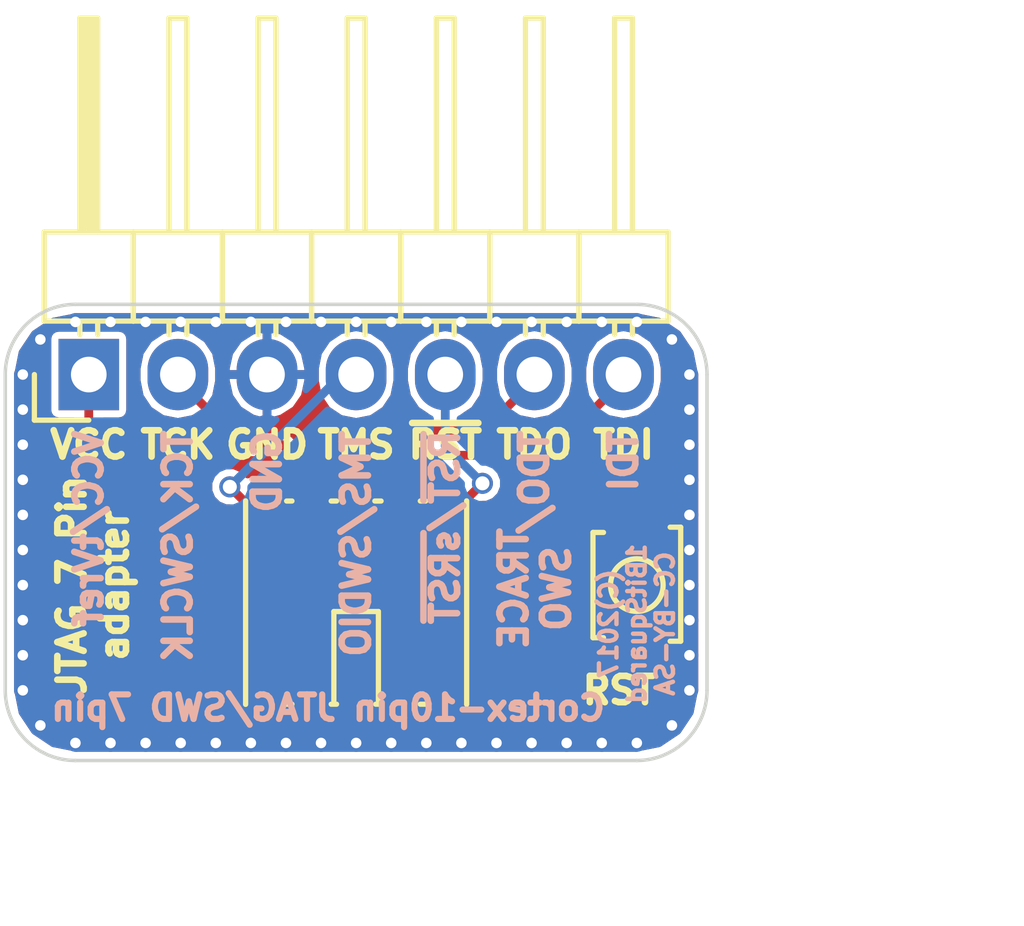
<source format=kicad_pcb>
(kicad_pcb (version 4) (host pcbnew 4.0.6-e0-6349~53~ubuntu16.04.1)

  (general
    (links 69)
    (no_connects 0)
    (area 16.305 23.124999 52.85 51.7)
    (thickness 1.6)
    (drawings 33)
    (tracks 31)
    (zones 0)
    (modules 61)
    (nets 9)
  )

  (page A4)
  (title_block
    (title "JTAG/SWD-7pin adapter")
    (rev V1.1)
    (company 1BitSquared)
    (comment 1 "(C) 2016-2017")
    (comment 2 "CC-BY-SA V4.0")
  )

  (layers
    (0 F.Cu signal)
    (31 B.Cu signal)
    (32 B.Adhes user)
    (33 F.Adhes user)
    (34 B.Paste user)
    (35 F.Paste user)
    (36 B.SilkS user)
    (37 F.SilkS user)
    (38 B.Mask user)
    (39 F.Mask user)
    (40 Dwgs.User user)
    (41 Cmts.User user)
    (42 Eco1.User user)
    (43 Eco2.User user)
    (44 Edge.Cuts user)
    (45 Margin user)
    (46 B.CrtYd user)
    (47 F.CrtYd user)
    (48 B.Fab user hide)
    (49 F.Fab user hide)
  )

  (setup
    (last_trace_width 0.25)
    (trace_clearance 0.2)
    (zone_clearance 0.2)
    (zone_45_only no)
    (trace_min 0.2)
    (segment_width 0.2)
    (edge_width 0.1)
    (via_size 0.6)
    (via_drill 0.4)
    (via_min_size 0.4)
    (via_min_drill 0.3)
    (uvia_size 0.3)
    (uvia_drill 0.1)
    (uvias_allowed no)
    (uvia_min_size 0.2)
    (uvia_min_drill 0.1)
    (pcb_text_width 0.3)
    (pcb_text_size 1.5 1.5)
    (mod_edge_width 0.15)
    (mod_text_size 1 1)
    (mod_text_width 0.15)
    (pad_size 2.032 1.7272)
    (pad_drill 1.016)
    (pad_to_mask_clearance 0)
    (aux_axis_origin 20 32)
    (grid_origin 30 35.5)
    (visible_elements FFFFFF7F)
    (pcbplotparams
      (layerselection 0x310fc_80000001)
      (usegerberextensions true)
      (excludeedgelayer true)
      (linewidth 0.050000)
      (plotframeref false)
      (viasonmask false)
      (mode 1)
      (useauxorigin false)
      (hpglpennumber 1)
      (hpglpenspeed 20)
      (hpglpendiameter 15)
      (hpglpenoverlay 2)
      (psnegative false)
      (psa4output false)
      (plotreference false)
      (plotvalue false)
      (plotinvisibletext false)
      (padsonsilk false)
      (subtractmaskfromsilk true)
      (outputformat 1)
      (mirror false)
      (drillshape 0)
      (scaleselection 1)
      (outputdirectory gerber))
  )

  (net 0 "")
  (net 1 /RST)
  (net 2 GND)
  (net 3 /TMS)
  (net 4 /VCC)
  (net 5 /TCK)
  (net 6 /TDO)
  (net 7 /TDI)
  (net 8 "Net-(X1-Pad7)")

  (net_class Default "This is the default net class."
    (clearance 0.2)
    (trace_width 0.25)
    (via_dia 0.6)
    (via_drill 0.4)
    (uvia_dia 0.3)
    (uvia_drill 0.1)
    (add_net /RST)
    (add_net /TCK)
    (add_net /TDI)
    (add_net /TDO)
    (add_net /TMS)
    (add_net /VCC)
    (add_net GND)
    (add_net "Net-(X1-Pad7)")
  )

  (module pkl_misc:via0305 (layer F.Cu) (tedit 5848E3C7) (tstamp 5876EAFC)
    (at 39.5 40)
    (fp_text reference REF** (at 0 0.35) (layer F.SilkS) hide
      (effects (font (size 0.127 0.127) (thickness 0.03175)))
    )
    (fp_text value via0305 (at 0 -0.35) (layer F.Fab) hide
      (effects (font (size 0.127 0.127) (thickness 0.03175)))
    )
    (pad 1 thru_hole circle (at 0 0) (size 0.5 0.5) (drill 0.3) (layers *.Cu)
      (net 2 GND) (zone_connect 2))
  )

  (module pkl_misc:via0305 (layer F.Cu) (tedit 5848E3C7) (tstamp 5848EBE6)
    (at 39 44)
    (fp_text reference REF** (at 0 0.35) (layer F.SilkS) hide
      (effects (font (size 0.127 0.127) (thickness 0.03175)))
    )
    (fp_text value via0305 (at 0 -0.35) (layer F.Fab) hide
      (effects (font (size 0.127 0.127) (thickness 0.03175)))
    )
    (pad 1 thru_hole circle (at 0 0) (size 0.5 0.5) (drill 0.3) (layers *.Cu)
      (net 2 GND) (zone_connect 2))
  )

  (module pkl_misc:via0305 (layer F.Cu) (tedit 5848E3C7) (tstamp 5848EBE2)
    (at 21 44)
    (fp_text reference REF** (at 0 0.35) (layer F.SilkS) hide
      (effects (font (size 0.127 0.127) (thickness 0.03175)))
    )
    (fp_text value via0305 (at 0 -0.35) (layer F.Fab) hide
      (effects (font (size 0.127 0.127) (thickness 0.03175)))
    )
    (pad 1 thru_hole circle (at 0 0) (size 0.5 0.5) (drill 0.3) (layers *.Cu)
      (net 2 GND) (zone_connect 2))
  )

  (module pkl_misc:via0305 (layer F.Cu) (tedit 5848E3C7) (tstamp 5848EBD3)
    (at 39.5 37)
    (fp_text reference REF** (at 0 0.35) (layer F.SilkS) hide
      (effects (font (size 0.127 0.127) (thickness 0.03175)))
    )
    (fp_text value via0305 (at 0 -0.35) (layer F.Fab) hide
      (effects (font (size 0.127 0.127) (thickness 0.03175)))
    )
    (pad 1 thru_hole circle (at 0 0) (size 0.5 0.5) (drill 0.3) (layers *.Cu)
      (net 2 GND) (zone_connect 2))
  )

  (module pkl_misc:via0305 (layer F.Cu) (tedit 5848E3C7) (tstamp 5848EBCF)
    (at 39.5 36)
    (fp_text reference REF** (at 0 0.35) (layer F.SilkS) hide
      (effects (font (size 0.127 0.127) (thickness 0.03175)))
    )
    (fp_text value via0305 (at 0 -0.35) (layer F.Fab) hide
      (effects (font (size 0.127 0.127) (thickness 0.03175)))
    )
    (pad 1 thru_hole circle (at 0 0) (size 0.5 0.5) (drill 0.3) (layers *.Cu)
      (net 2 GND) (zone_connect 2))
  )

  (module pkl_misc:via0305 (layer F.Cu) (tedit 5848E3C7) (tstamp 5848EBCB)
    (at 39.5 35)
    (fp_text reference REF** (at 0 0.35) (layer F.SilkS) hide
      (effects (font (size 0.127 0.127) (thickness 0.03175)))
    )
    (fp_text value via0305 (at 0 -0.35) (layer F.Fab) hide
      (effects (font (size 0.127 0.127) (thickness 0.03175)))
    )
    (pad 1 thru_hole circle (at 0 0) (size 0.5 0.5) (drill 0.3) (layers *.Cu)
      (net 2 GND) (zone_connect 2))
  )

  (module pkl_misc:via0305 (layer F.Cu) (tedit 5848E3C7) (tstamp 5848EBC7)
    (at 39.5 34)
    (fp_text reference REF** (at 0 0.35) (layer F.SilkS) hide
      (effects (font (size 0.127 0.127) (thickness 0.03175)))
    )
    (fp_text value via0305 (at 0 -0.35) (layer F.Fab) hide
      (effects (font (size 0.127 0.127) (thickness 0.03175)))
    )
    (pad 1 thru_hole circle (at 0 0) (size 0.5 0.5) (drill 0.3) (layers *.Cu)
      (net 2 GND) (zone_connect 2))
  )

  (module pkl_misc:via0305 (layer F.Cu) (tedit 5848E3C7) (tstamp 5848EBC3)
    (at 39.5 43)
    (fp_text reference REF** (at 0 0.35) (layer F.SilkS) hide
      (effects (font (size 0.127 0.127) (thickness 0.03175)))
    )
    (fp_text value via0305 (at 0 -0.35) (layer F.Fab) hide
      (effects (font (size 0.127 0.127) (thickness 0.03175)))
    )
    (pad 1 thru_hole circle (at 0 0) (size 0.5 0.5) (drill 0.3) (layers *.Cu)
      (net 2 GND) (zone_connect 2))
  )

  (module pkl_misc:via0305 (layer F.Cu) (tedit 5848E3C7) (tstamp 5848EBBF)
    (at 39.5 42)
    (fp_text reference REF** (at 0 0.35) (layer F.SilkS) hide
      (effects (font (size 0.127 0.127) (thickness 0.03175)))
    )
    (fp_text value via0305 (at 0 -0.35) (layer F.Fab) hide
      (effects (font (size 0.127 0.127) (thickness 0.03175)))
    )
    (pad 1 thru_hole circle (at 0 0) (size 0.5 0.5) (drill 0.3) (layers *.Cu)
      (net 2 GND) (zone_connect 2))
  )

  (module pkl_misc:via0305 (layer F.Cu) (tedit 5848E3C7) (tstamp 5848EBBB)
    (at 39.5 41)
    (fp_text reference REF** (at 0 0.35) (layer F.SilkS) hide
      (effects (font (size 0.127 0.127) (thickness 0.03175)))
    )
    (fp_text value via0305 (at 0 -0.35) (layer F.Fab) hide
      (effects (font (size 0.127 0.127) (thickness 0.03175)))
    )
    (pad 1 thru_hole circle (at 0 0) (size 0.5 0.5) (drill 0.3) (layers *.Cu)
      (net 2 GND) (zone_connect 2))
  )

  (module pkl_misc:via0305 (layer F.Cu) (tedit 5848E3C7) (tstamp 5848EBB3)
    (at 39.5 39)
    (fp_text reference REF** (at 0 0.35) (layer F.SilkS) hide
      (effects (font (size 0.127 0.127) (thickness 0.03175)))
    )
    (fp_text value via0305 (at 0 -0.35) (layer F.Fab) hide
      (effects (font (size 0.127 0.127) (thickness 0.03175)))
    )
    (pad 1 thru_hole circle (at 0 0) (size 0.5 0.5) (drill 0.3) (layers *.Cu)
      (net 2 GND) (zone_connect 2))
  )

  (module pkl_misc:via0305 (layer F.Cu) (tedit 5848E3C7) (tstamp 5848EBAF)
    (at 39.5 38)
    (fp_text reference REF** (at 0 0.35) (layer F.SilkS) hide
      (effects (font (size 0.127 0.127) (thickness 0.03175)))
    )
    (fp_text value via0305 (at 0 -0.35) (layer F.Fab) hide
      (effects (font (size 0.127 0.127) (thickness 0.03175)))
    )
    (pad 1 thru_hole circle (at 0 0) (size 0.5 0.5) (drill 0.3) (layers *.Cu)
      (net 2 GND) (zone_connect 2))
  )

  (module pkl_misc:via0305 (layer F.Cu) (tedit 5848E3C7) (tstamp 5848EBAB)
    (at 20.5 43)
    (fp_text reference REF** (at 0 0.35) (layer F.SilkS) hide
      (effects (font (size 0.127 0.127) (thickness 0.03175)))
    )
    (fp_text value via0305 (at 0 -0.35) (layer F.Fab) hide
      (effects (font (size 0.127 0.127) (thickness 0.03175)))
    )
    (pad 1 thru_hole circle (at 0 0) (size 0.5 0.5) (drill 0.3) (layers *.Cu)
      (net 2 GND) (zone_connect 2))
  )

  (module pkl_misc:via0305 (layer F.Cu) (tedit 5848E3C7) (tstamp 5848EBA7)
    (at 20.5 42)
    (fp_text reference REF** (at 0 0.35) (layer F.SilkS) hide
      (effects (font (size 0.127 0.127) (thickness 0.03175)))
    )
    (fp_text value via0305 (at 0 -0.35) (layer F.Fab) hide
      (effects (font (size 0.127 0.127) (thickness 0.03175)))
    )
    (pad 1 thru_hole circle (at 0 0) (size 0.5 0.5) (drill 0.3) (layers *.Cu)
      (net 2 GND) (zone_connect 2))
  )

  (module pkl_misc:via0305 (layer F.Cu) (tedit 5848E3C7) (tstamp 5848EBA3)
    (at 20.5 41)
    (fp_text reference REF** (at 0 0.35) (layer F.SilkS) hide
      (effects (font (size 0.127 0.127) (thickness 0.03175)))
    )
    (fp_text value via0305 (at 0 -0.35) (layer F.Fab) hide
      (effects (font (size 0.127 0.127) (thickness 0.03175)))
    )
    (pad 1 thru_hole circle (at 0 0) (size 0.5 0.5) (drill 0.3) (layers *.Cu)
      (net 2 GND) (zone_connect 2))
  )

  (module pkl_misc:via0305 (layer F.Cu) (tedit 5848E3C7) (tstamp 5848EB9F)
    (at 20.5 40)
    (fp_text reference REF** (at 0 0.35) (layer F.SilkS) hide
      (effects (font (size 0.127 0.127) (thickness 0.03175)))
    )
    (fp_text value via0305 (at 0 -0.35) (layer F.Fab) hide
      (effects (font (size 0.127 0.127) (thickness 0.03175)))
    )
    (pad 1 thru_hole circle (at 0 0) (size 0.5 0.5) (drill 0.3) (layers *.Cu)
      (net 2 GND) (zone_connect 2))
  )

  (module pkl_misc:via0305 (layer F.Cu) (tedit 5848E3C7) (tstamp 5848EB9B)
    (at 20.5 39)
    (fp_text reference REF** (at 0 0.35) (layer F.SilkS) hide
      (effects (font (size 0.127 0.127) (thickness 0.03175)))
    )
    (fp_text value via0305 (at 0 -0.35) (layer F.Fab) hide
      (effects (font (size 0.127 0.127) (thickness 0.03175)))
    )
    (pad 1 thru_hole circle (at 0 0) (size 0.5 0.5) (drill 0.3) (layers *.Cu)
      (net 2 GND) (zone_connect 2))
  )

  (module pkl_misc:via0305 (layer F.Cu) (tedit 5848E3C7) (tstamp 5848EB97)
    (at 20.5 38)
    (fp_text reference REF** (at 0 0.35) (layer F.SilkS) hide
      (effects (font (size 0.127 0.127) (thickness 0.03175)))
    )
    (fp_text value via0305 (at 0 -0.35) (layer F.Fab) hide
      (effects (font (size 0.127 0.127) (thickness 0.03175)))
    )
    (pad 1 thru_hole circle (at 0 0) (size 0.5 0.5) (drill 0.3) (layers *.Cu)
      (net 2 GND) (zone_connect 2))
  )

  (module pkl_misc:via0305 (layer F.Cu) (tedit 5848E3C7) (tstamp 5848EB92)
    (at 20.5 37)
    (fp_text reference REF** (at 0 0.35) (layer F.SilkS) hide
      (effects (font (size 0.127 0.127) (thickness 0.03175)))
    )
    (fp_text value via0305 (at 0 -0.35) (layer F.Fab) hide
      (effects (font (size 0.127 0.127) (thickness 0.03175)))
    )
    (pad 1 thru_hole circle (at 0 0) (size 0.5 0.5) (drill 0.3) (layers *.Cu)
      (net 2 GND) (zone_connect 2))
  )

  (module pkl_misc:via0305 (layer F.Cu) (tedit 5848E3C7) (tstamp 5848EB8E)
    (at 20.5 36)
    (fp_text reference REF** (at 0 0.35) (layer F.SilkS) hide
      (effects (font (size 0.127 0.127) (thickness 0.03175)))
    )
    (fp_text value via0305 (at 0 -0.35) (layer F.Fab) hide
      (effects (font (size 0.127 0.127) (thickness 0.03175)))
    )
    (pad 1 thru_hole circle (at 0 0) (size 0.5 0.5) (drill 0.3) (layers *.Cu)
      (net 2 GND) (zone_connect 2))
  )

  (module pkl_misc:via0305 (layer F.Cu) (tedit 5848E3C7) (tstamp 5848EB8A)
    (at 20.5 35)
    (fp_text reference REF** (at 0 0.35) (layer F.SilkS) hide
      (effects (font (size 0.127 0.127) (thickness 0.03175)))
    )
    (fp_text value via0305 (at 0 -0.35) (layer F.Fab) hide
      (effects (font (size 0.127 0.127) (thickness 0.03175)))
    )
    (pad 1 thru_hole circle (at 0 0) (size 0.5 0.5) (drill 0.3) (layers *.Cu)
      (net 2 GND) (zone_connect 2))
  )

  (module pkl_misc:via0305 (layer F.Cu) (tedit 5848E3C7) (tstamp 5848EB86)
    (at 20.5 34)
    (fp_text reference REF** (at 0 0.35) (layer F.SilkS) hide
      (effects (font (size 0.127 0.127) (thickness 0.03175)))
    )
    (fp_text value via0305 (at 0 -0.35) (layer F.Fab) hide
      (effects (font (size 0.127 0.127) (thickness 0.03175)))
    )
    (pad 1 thru_hole circle (at 0 0) (size 0.5 0.5) (drill 0.3) (layers *.Cu)
      (net 2 GND) (zone_connect 2))
  )

  (module pkl_misc:via0305 (layer F.Cu) (tedit 5848E3C7) (tstamp 5848EB7A)
    (at 21 33)
    (fp_text reference REF** (at 0 0.35) (layer F.SilkS) hide
      (effects (font (size 0.127 0.127) (thickness 0.03175)))
    )
    (fp_text value via0305 (at 0 -0.35) (layer F.Fab) hide
      (effects (font (size 0.127 0.127) (thickness 0.03175)))
    )
    (pad 1 thru_hole circle (at 0 0) (size 0.5 0.5) (drill 0.3) (layers *.Cu)
      (net 2 GND) (zone_connect 2))
  )

  (module pkl_misc:via0305 (layer F.Cu) (tedit 5848E3C7) (tstamp 5848EB73)
    (at 24 44.5)
    (fp_text reference REF** (at 0 0.35) (layer F.SilkS) hide
      (effects (font (size 0.127 0.127) (thickness 0.03175)))
    )
    (fp_text value via0305 (at 0 -0.35) (layer F.Fab) hide
      (effects (font (size 0.127 0.127) (thickness 0.03175)))
    )
    (pad 1 thru_hole circle (at 0 0) (size 0.5 0.5) (drill 0.3) (layers *.Cu)
      (net 2 GND) (zone_connect 2))
  )

  (module pkl_misc:via0305 (layer F.Cu) (tedit 5848E3C7) (tstamp 5848EB6F)
    (at 22 44.5)
    (fp_text reference REF** (at 0 0.35) (layer F.SilkS) hide
      (effects (font (size 0.127 0.127) (thickness 0.03175)))
    )
    (fp_text value via0305 (at 0 -0.35) (layer F.Fab) hide
      (effects (font (size 0.127 0.127) (thickness 0.03175)))
    )
    (pad 1 thru_hole circle (at 0 0) (size 0.5 0.5) (drill 0.3) (layers *.Cu)
      (net 2 GND) (zone_connect 2))
  )

  (module pkl_misc:via0305 (layer F.Cu) (tedit 5848E3C7) (tstamp 5848EB6B)
    (at 25 44.5)
    (fp_text reference REF** (at 0 0.35) (layer F.SilkS) hide
      (effects (font (size 0.127 0.127) (thickness 0.03175)))
    )
    (fp_text value via0305 (at 0 -0.35) (layer F.Fab) hide
      (effects (font (size 0.127 0.127) (thickness 0.03175)))
    )
    (pad 1 thru_hole circle (at 0 0) (size 0.5 0.5) (drill 0.3) (layers *.Cu)
      (net 2 GND) (zone_connect 2))
  )

  (module pkl_misc:via0305 (layer F.Cu) (tedit 5848E3C7) (tstamp 5848EB67)
    (at 26 44.5)
    (fp_text reference REF** (at 0 0.35) (layer F.SilkS) hide
      (effects (font (size 0.127 0.127) (thickness 0.03175)))
    )
    (fp_text value via0305 (at 0 -0.35) (layer F.Fab) hide
      (effects (font (size 0.127 0.127) (thickness 0.03175)))
    )
    (pad 1 thru_hole circle (at 0 0) (size 0.5 0.5) (drill 0.3) (layers *.Cu)
      (net 2 GND) (zone_connect 2))
  )

  (module pkl_misc:via0305 (layer F.Cu) (tedit 5848E3C7) (tstamp 5848EB63)
    (at 23 44.5)
    (fp_text reference REF** (at 0 0.35) (layer F.SilkS) hide
      (effects (font (size 0.127 0.127) (thickness 0.03175)))
    )
    (fp_text value via0305 (at 0 -0.35) (layer F.Fab) hide
      (effects (font (size 0.127 0.127) (thickness 0.03175)))
    )
    (pad 1 thru_hole circle (at 0 0) (size 0.5 0.5) (drill 0.3) (layers *.Cu)
      (net 2 GND) (zone_connect 2))
  )

  (module pkl_misc:via0305 (layer F.Cu) (tedit 5848E3C7) (tstamp 5848EB5F)
    (at 33 44.5)
    (fp_text reference REF** (at 0 0.35) (layer F.SilkS) hide
      (effects (font (size 0.127 0.127) (thickness 0.03175)))
    )
    (fp_text value via0305 (at 0 -0.35) (layer F.Fab) hide
      (effects (font (size 0.127 0.127) (thickness 0.03175)))
    )
    (pad 1 thru_hole circle (at 0 0) (size 0.5 0.5) (drill 0.3) (layers *.Cu)
      (net 2 GND) (zone_connect 2))
  )

  (module pkl_misc:via0305 (layer F.Cu) (tedit 5848E3C7) (tstamp 5848EB5B)
    (at 31 44.5)
    (fp_text reference REF** (at 0 0.35) (layer F.SilkS) hide
      (effects (font (size 0.127 0.127) (thickness 0.03175)))
    )
    (fp_text value via0305 (at 0 -0.35) (layer F.Fab) hide
      (effects (font (size 0.127 0.127) (thickness 0.03175)))
    )
    (pad 1 thru_hole circle (at 0 0) (size 0.5 0.5) (drill 0.3) (layers *.Cu)
      (net 2 GND) (zone_connect 2))
  )

  (module pkl_misc:via0305 (layer F.Cu) (tedit 5848E3C7) (tstamp 5848EB57)
    (at 29 44.5)
    (fp_text reference REF** (at 0 0.35) (layer F.SilkS) hide
      (effects (font (size 0.127 0.127) (thickness 0.03175)))
    )
    (fp_text value via0305 (at 0 -0.35) (layer F.Fab) hide
      (effects (font (size 0.127 0.127) (thickness 0.03175)))
    )
    (pad 1 thru_hole circle (at 0 0) (size 0.5 0.5) (drill 0.3) (layers *.Cu)
      (net 2 GND) (zone_connect 2))
  )

  (module pkl_misc:via0305 (layer F.Cu) (tedit 5848E3C7) (tstamp 5848EB53)
    (at 27 44.5)
    (fp_text reference REF** (at 0 0.35) (layer F.SilkS) hide
      (effects (font (size 0.127 0.127) (thickness 0.03175)))
    )
    (fp_text value via0305 (at 0 -0.35) (layer F.Fab) hide
      (effects (font (size 0.127 0.127) (thickness 0.03175)))
    )
    (pad 1 thru_hole circle (at 0 0) (size 0.5 0.5) (drill 0.3) (layers *.Cu)
      (net 2 GND) (zone_connect 2))
  )

  (module pkl_misc:via0305 (layer F.Cu) (tedit 5848E3C7) (tstamp 5848EB4F)
    (at 28 44.5)
    (fp_text reference REF** (at 0 0.35) (layer F.SilkS) hide
      (effects (font (size 0.127 0.127) (thickness 0.03175)))
    )
    (fp_text value via0305 (at 0 -0.35) (layer F.Fab) hide
      (effects (font (size 0.127 0.127) (thickness 0.03175)))
    )
    (pad 1 thru_hole circle (at 0 0) (size 0.5 0.5) (drill 0.3) (layers *.Cu)
      (net 2 GND) (zone_connect 2))
  )

  (module pkl_misc:via0305 (layer F.Cu) (tedit 5848E3C7) (tstamp 5848EB47)
    (at 38 44.5)
    (fp_text reference REF** (at 0 0.35) (layer F.SilkS) hide
      (effects (font (size 0.127 0.127) (thickness 0.03175)))
    )
    (fp_text value via0305 (at 0 -0.35) (layer F.Fab) hide
      (effects (font (size 0.127 0.127) (thickness 0.03175)))
    )
    (pad 1 thru_hole circle (at 0 0) (size 0.5 0.5) (drill 0.3) (layers *.Cu)
      (net 2 GND) (zone_connect 2))
  )

  (module pkl_misc:via0305 (layer F.Cu) (tedit 5848E3C7) (tstamp 5848EB43)
    (at 35 44.5)
    (fp_text reference REF** (at 0 0.35) (layer F.SilkS) hide
      (effects (font (size 0.127 0.127) (thickness 0.03175)))
    )
    (fp_text value via0305 (at 0 -0.35) (layer F.Fab) hide
      (effects (font (size 0.127 0.127) (thickness 0.03175)))
    )
    (pad 1 thru_hole circle (at 0 0) (size 0.5 0.5) (drill 0.3) (layers *.Cu)
      (net 2 GND) (zone_connect 2))
  )

  (module pkl_misc:via0305 (layer F.Cu) (tedit 5848E3C7) (tstamp 5848EB3F)
    (at 34 44.5)
    (fp_text reference REF** (at 0 0.35) (layer F.SilkS) hide
      (effects (font (size 0.127 0.127) (thickness 0.03175)))
    )
    (fp_text value via0305 (at 0 -0.35) (layer F.Fab) hide
      (effects (font (size 0.127 0.127) (thickness 0.03175)))
    )
    (pad 1 thru_hole circle (at 0 0) (size 0.5 0.5) (drill 0.3) (layers *.Cu)
      (net 2 GND) (zone_connect 2))
  )

  (module pkl_misc:via0305 (layer F.Cu) (tedit 5848E3C7) (tstamp 5848EB3B)
    (at 37 44.5)
    (fp_text reference REF** (at 0 0.35) (layer F.SilkS) hide
      (effects (font (size 0.127 0.127) (thickness 0.03175)))
    )
    (fp_text value via0305 (at 0 -0.35) (layer F.Fab) hide
      (effects (font (size 0.127 0.127) (thickness 0.03175)))
    )
    (pad 1 thru_hole circle (at 0 0) (size 0.5 0.5) (drill 0.3) (layers *.Cu)
      (net 2 GND) (zone_connect 2))
  )

  (module pkl_misc:via0305 (layer F.Cu) (tedit 5848E3C7) (tstamp 5848EB37)
    (at 36 44.5)
    (fp_text reference REF** (at 0 0.35) (layer F.SilkS) hide
      (effects (font (size 0.127 0.127) (thickness 0.03175)))
    )
    (fp_text value via0305 (at 0 -0.35) (layer F.Fab) hide
      (effects (font (size 0.127 0.127) (thickness 0.03175)))
    )
    (pad 1 thru_hole circle (at 0 0) (size 0.5 0.5) (drill 0.3) (layers *.Cu)
      (net 2 GND) (zone_connect 2))
  )

  (module pkl_misc:via0305 (layer F.Cu) (tedit 5848E3C7) (tstamp 5848EB33)
    (at 32 44.5)
    (fp_text reference REF** (at 0 0.35) (layer F.SilkS) hide
      (effects (font (size 0.127 0.127) (thickness 0.03175)))
    )
    (fp_text value via0305 (at 0 -0.35) (layer F.Fab) hide
      (effects (font (size 0.127 0.127) (thickness 0.03175)))
    )
    (pad 1 thru_hole circle (at 0 0) (size 0.5 0.5) (drill 0.3) (layers *.Cu)
      (net 2 GND) (zone_connect 2))
  )

  (module pkl_misc:via0305 (layer F.Cu) (tedit 5848E3C7) (tstamp 5848EAC0)
    (at 22 32.5)
    (fp_text reference REF** (at 0 0.35) (layer F.SilkS) hide
      (effects (font (size 0.127 0.127) (thickness 0.03175)))
    )
    (fp_text value via0305 (at 0 -0.35) (layer F.Fab) hide
      (effects (font (size 0.127 0.127) (thickness 0.03175)))
    )
    (pad 1 thru_hole circle (at 0 0) (size 0.5 0.5) (drill 0.3) (layers *.Cu)
      (net 2 GND) (zone_connect 2))
  )

  (module pkl_misc:via0305 (layer F.Cu) (tedit 5848E3C7) (tstamp 5848EAB8)
    (at 23 32.5)
    (fp_text reference REF** (at 0 0.35) (layer F.SilkS) hide
      (effects (font (size 0.127 0.127) (thickness 0.03175)))
    )
    (fp_text value via0305 (at 0 -0.35) (layer F.Fab) hide
      (effects (font (size 0.127 0.127) (thickness 0.03175)))
    )
    (pad 1 thru_hole circle (at 0 0) (size 0.5 0.5) (drill 0.3) (layers *.Cu)
      (net 2 GND) (zone_connect 2))
  )

  (module pkl_misc:via0305 (layer F.Cu) (tedit 5848E3C7) (tstamp 5848EAAC)
    (at 27 32.5)
    (fp_text reference REF** (at 0 0.35) (layer F.SilkS) hide
      (effects (font (size 0.127 0.127) (thickness 0.03175)))
    )
    (fp_text value via0305 (at 0 -0.35) (layer F.Fab) hide
      (effects (font (size 0.127 0.127) (thickness 0.03175)))
    )
    (pad 1 thru_hole circle (at 0 0) (size 0.5 0.5) (drill 0.3) (layers *.Cu)
      (net 2 GND) (zone_connect 2))
  )

  (module pkl_misc:via0305 (layer F.Cu) (tedit 5848E3C7) (tstamp 5848EAA8)
    (at 28 32.5)
    (fp_text reference REF** (at 0 0.35) (layer F.SilkS) hide
      (effects (font (size 0.127 0.127) (thickness 0.03175)))
    )
    (fp_text value via0305 (at 0 -0.35) (layer F.Fab) hide
      (effects (font (size 0.127 0.127) (thickness 0.03175)))
    )
    (pad 1 thru_hole circle (at 0 0) (size 0.5 0.5) (drill 0.3) (layers *.Cu)
      (net 2 GND) (zone_connect 2))
  )

  (module pkl_misc:via0305 (layer F.Cu) (tedit 5848E3C7) (tstamp 5848EAA4)
    (at 26 32.5)
    (fp_text reference REF** (at 0 0.35) (layer F.SilkS) hide
      (effects (font (size 0.127 0.127) (thickness 0.03175)))
    )
    (fp_text value via0305 (at 0 -0.35) (layer F.Fab) hide
      (effects (font (size 0.127 0.127) (thickness 0.03175)))
    )
    (pad 1 thru_hole circle (at 0 0) (size 0.5 0.5) (drill 0.3) (layers *.Cu)
      (net 2 GND) (zone_connect 2))
  )

  (module pkl_misc:via0305 (layer F.Cu) (tedit 5848E3C7) (tstamp 5848EAA0)
    (at 29 32.5)
    (fp_text reference REF** (at 0 0.35) (layer F.SilkS) hide
      (effects (font (size 0.127 0.127) (thickness 0.03175)))
    )
    (fp_text value via0305 (at 0 -0.35) (layer F.Fab) hide
      (effects (font (size 0.127 0.127) (thickness 0.03175)))
    )
    (pad 1 thru_hole circle (at 0 0) (size 0.5 0.5) (drill 0.3) (layers *.Cu)
      (net 2 GND) (zone_connect 2))
  )

  (module pkl_misc:via0305 (layer F.Cu) (tedit 5848E3C7) (tstamp 5848EA9C)
    (at 25 32.5)
    (fp_text reference REF** (at 0 0.35) (layer F.SilkS) hide
      (effects (font (size 0.127 0.127) (thickness 0.03175)))
    )
    (fp_text value via0305 (at 0 -0.35) (layer F.Fab) hide
      (effects (font (size 0.127 0.127) (thickness 0.03175)))
    )
    (pad 1 thru_hole circle (at 0 0) (size 0.5 0.5) (drill 0.3) (layers *.Cu)
      (net 2 GND) (zone_connect 2))
  )

  (module pkl_misc:via0305 (layer F.Cu) (tedit 5848E3C7) (tstamp 5848EA98)
    (at 24 32.5)
    (fp_text reference REF** (at 0 0.35) (layer F.SilkS) hide
      (effects (font (size 0.127 0.127) (thickness 0.03175)))
    )
    (fp_text value via0305 (at 0 -0.35) (layer F.Fab) hide
      (effects (font (size 0.127 0.127) (thickness 0.03175)))
    )
    (pad 1 thru_hole circle (at 0 0) (size 0.5 0.5) (drill 0.3) (layers *.Cu)
      (net 2 GND) (zone_connect 2))
  )

  (module pkl_misc:via0305 (layer F.Cu) (tedit 5848E3C7) (tstamp 5848EA23)
    (at 30 44.5)
    (fp_text reference REF** (at 0 0.35) (layer F.SilkS) hide
      (effects (font (size 0.127 0.127) (thickness 0.03175)))
    )
    (fp_text value via0305 (at 0 -0.35) (layer F.Fab) hide
      (effects (font (size 0.127 0.127) (thickness 0.03175)))
    )
    (pad 1 thru_hole circle (at 0 0) (size 0.5 0.5) (drill 0.3) (layers *.Cu)
      (net 2 GND) (zone_connect 2))
  )

  (module pkl_misc:via0305 (layer F.Cu) (tedit 5848E3C7) (tstamp 5848E8C1)
    (at 38 32.5)
    (fp_text reference REF** (at 0 0.35) (layer F.SilkS) hide
      (effects (font (size 0.127 0.127) (thickness 0.03175)))
    )
    (fp_text value via0305 (at 0 -0.35) (layer F.Fab) hide
      (effects (font (size 0.127 0.127) (thickness 0.03175)))
    )
    (pad 1 thru_hole circle (at 0 0) (size 0.5 0.5) (drill 0.3) (layers *.Cu)
      (net 2 GND) (zone_connect 2))
  )

  (module pkl_misc:via0305 (layer F.Cu) (tedit 5848E3C7) (tstamp 5848E8BD)
    (at 37 32.5)
    (fp_text reference REF** (at 0 0.35) (layer F.SilkS) hide
      (effects (font (size 0.127 0.127) (thickness 0.03175)))
    )
    (fp_text value via0305 (at 0 -0.35) (layer F.Fab) hide
      (effects (font (size 0.127 0.127) (thickness 0.03175)))
    )
    (pad 1 thru_hole circle (at 0 0) (size 0.5 0.5) (drill 0.3) (layers *.Cu)
      (net 2 GND) (zone_connect 2))
  )

  (module pkl_misc:via0305 (layer F.Cu) (tedit 5848E3C7) (tstamp 5848E8B9)
    (at 36 32.5)
    (fp_text reference REF** (at 0 0.35) (layer F.SilkS) hide
      (effects (font (size 0.127 0.127) (thickness 0.03175)))
    )
    (fp_text value via0305 (at 0 -0.35) (layer F.Fab) hide
      (effects (font (size 0.127 0.127) (thickness 0.03175)))
    )
    (pad 1 thru_hole circle (at 0 0) (size 0.5 0.5) (drill 0.3) (layers *.Cu)
      (net 2 GND) (zone_connect 2))
  )

  (module pkl_misc:via0305 (layer F.Cu) (tedit 5848E3C7) (tstamp 5848E8B5)
    (at 35 32.5)
    (fp_text reference REF** (at 0 0.35) (layer F.SilkS) hide
      (effects (font (size 0.127 0.127) (thickness 0.03175)))
    )
    (fp_text value via0305 (at 0 -0.35) (layer F.Fab) hide
      (effects (font (size 0.127 0.127) (thickness 0.03175)))
    )
    (pad 1 thru_hole circle (at 0 0) (size 0.5 0.5) (drill 0.3) (layers *.Cu)
      (net 2 GND) (zone_connect 2))
  )

  (module pkl_misc:via0305 (layer F.Cu) (tedit 5848E3C7) (tstamp 5848E8B1)
    (at 34 32.5)
    (fp_text reference REF** (at 0 0.35) (layer F.SilkS) hide
      (effects (font (size 0.127 0.127) (thickness 0.03175)))
    )
    (fp_text value via0305 (at 0 -0.35) (layer F.Fab) hide
      (effects (font (size 0.127 0.127) (thickness 0.03175)))
    )
    (pad 1 thru_hole circle (at 0 0) (size 0.5 0.5) (drill 0.3) (layers *.Cu)
      (net 2 GND) (zone_connect 2))
  )

  (module pkl_misc:via0305 (layer F.Cu) (tedit 5848E3C7) (tstamp 5848E8AD)
    (at 33 32.5)
    (fp_text reference REF** (at 0 0.35) (layer F.SilkS) hide
      (effects (font (size 0.127 0.127) (thickness 0.03175)))
    )
    (fp_text value via0305 (at 0 -0.35) (layer F.Fab) hide
      (effects (font (size 0.127 0.127) (thickness 0.03175)))
    )
    (pad 1 thru_hole circle (at 0 0) (size 0.5 0.5) (drill 0.3) (layers *.Cu)
      (net 2 GND) (zone_connect 2))
  )

  (module pkl_misc:via0305 (layer F.Cu) (tedit 5848E3C7) (tstamp 5848E8A9)
    (at 32 32.5)
    (fp_text reference REF** (at 0 0.35) (layer F.SilkS) hide
      (effects (font (size 0.127 0.127) (thickness 0.03175)))
    )
    (fp_text value via0305 (at 0 -0.35) (layer F.Fab) hide
      (effects (font (size 0.127 0.127) (thickness 0.03175)))
    )
    (pad 1 thru_hole circle (at 0 0) (size 0.5 0.5) (drill 0.3) (layers *.Cu)
      (net 2 GND) (zone_connect 2))
  )

  (module pkl_misc:via0305 (layer F.Cu) (tedit 5848E3C7) (tstamp 5848E8A5)
    (at 31 32.5)
    (fp_text reference REF** (at 0 0.35) (layer F.SilkS) hide
      (effects (font (size 0.127 0.127) (thickness 0.03175)))
    )
    (fp_text value via0305 (at 0 -0.35) (layer F.Fab) hide
      (effects (font (size 0.127 0.127) (thickness 0.03175)))
    )
    (pad 1 thru_hole circle (at 0 0) (size 0.5 0.5) (drill 0.3) (layers *.Cu)
      (net 2 GND) (zone_connect 2))
  )

  (module pkl_misc:via0305 (layer F.Cu) (tedit 5848E3C7) (tstamp 5848E8A1)
    (at 30 32.5)
    (fp_text reference REF** (at 0 0.35) (layer F.SilkS) hide
      (effects (font (size 0.127 0.127) (thickness 0.03175)))
    )
    (fp_text value via0305 (at 0 -0.35) (layer F.Fab) hide
      (effects (font (size 0.127 0.127) (thickness 0.03175)))
    )
    (pad 1 thru_hole circle (at 0 0) (size 0.5 0.5) (drill 0.3) (layers *.Cu)
      (net 2 GND) (zone_connect 2))
  )

  (module Pin_Headers:Pin_Header_Angled_1x07 (layer F.Cu) (tedit 5848E8E5) (tstamp 58481A82)
    (at 22.38 34 90)
    (descr "Through hole pin header")
    (tags "pin header")
    (path /5847B5EE)
    (fp_text reference X2 (at 0 -5.1 90) (layer F.Fab)
      (effects (font (size 1 1) (thickness 0.15)))
    )
    (fp_text value JTAG-7 (at 0 -3.1 90) (layer F.Fab)
      (effects (font (size 1 1) (thickness 0.15)))
    )
    (fp_line (start -1.5 -1.75) (end -1.5 17) (layer F.CrtYd) (width 0.05))
    (fp_line (start 10.65 -1.75) (end 10.65 17) (layer F.CrtYd) (width 0.05))
    (fp_line (start -1.5 -1.75) (end 10.65 -1.75) (layer F.CrtYd) (width 0.05))
    (fp_line (start -1.5 17) (end 10.65 17) (layer F.CrtYd) (width 0.05))
    (fp_line (start -1.3 -1.55) (end -1.3 0) (layer F.SilkS) (width 0.15))
    (fp_line (start 0 -1.55) (end -1.3 -1.55) (layer F.SilkS) (width 0.15))
    (fp_line (start 4.191 -0.127) (end 10.033 -0.127) (layer F.SilkS) (width 0.15))
    (fp_line (start 10.033 -0.127) (end 10.033 0.127) (layer F.SilkS) (width 0.15))
    (fp_line (start 10.033 0.127) (end 4.191 0.127) (layer F.SilkS) (width 0.15))
    (fp_line (start 4.191 0.127) (end 4.191 0) (layer F.SilkS) (width 0.15))
    (fp_line (start 4.191 0) (end 10.033 0) (layer F.SilkS) (width 0.15))
    (fp_line (start 1.524 -0.254) (end 1.143 -0.254) (layer F.SilkS) (width 0.15))
    (fp_line (start 1.524 0.254) (end 1.143 0.254) (layer F.SilkS) (width 0.15))
    (fp_line (start 1.524 2.286) (end 1.143 2.286) (layer F.SilkS) (width 0.15))
    (fp_line (start 1.524 2.794) (end 1.143 2.794) (layer F.SilkS) (width 0.15))
    (fp_line (start 1.524 4.826) (end 1.143 4.826) (layer F.SilkS) (width 0.15))
    (fp_line (start 1.524 5.334) (end 1.143 5.334) (layer F.SilkS) (width 0.15))
    (fp_line (start 1.524 7.366) (end 1.143 7.366) (layer F.SilkS) (width 0.15))
    (fp_line (start 1.524 7.874) (end 1.143 7.874) (layer F.SilkS) (width 0.15))
    (fp_line (start 1.524 15.494) (end 1.143 15.494) (layer F.SilkS) (width 0.15))
    (fp_line (start 1.524 14.986) (end 1.143 14.986) (layer F.SilkS) (width 0.15))
    (fp_line (start 1.524 12.954) (end 1.143 12.954) (layer F.SilkS) (width 0.15))
    (fp_line (start 1.524 12.446) (end 1.143 12.446) (layer F.SilkS) (width 0.15))
    (fp_line (start 1.524 10.414) (end 1.143 10.414) (layer F.SilkS) (width 0.15))
    (fp_line (start 1.524 9.906) (end 1.143 9.906) (layer F.SilkS) (width 0.15))
    (fp_line (start 4.064 1.27) (end 4.064 -1.27) (layer F.SilkS) (width 0.15))
    (fp_line (start 10.16 0.254) (end 4.064 0.254) (layer F.SilkS) (width 0.15))
    (fp_line (start 10.16 -0.254) (end 10.16 0.254) (layer F.SilkS) (width 0.15))
    (fp_line (start 4.064 -0.254) (end 10.16 -0.254) (layer F.SilkS) (width 0.15))
    (fp_line (start 1.524 1.27) (end 4.064 1.27) (layer F.SilkS) (width 0.15))
    (fp_line (start 1.524 -1.27) (end 1.524 1.27) (layer F.SilkS) (width 0.15))
    (fp_line (start 1.524 -1.27) (end 4.064 -1.27) (layer F.SilkS) (width 0.15))
    (fp_line (start 1.524 3.81) (end 4.064 3.81) (layer F.SilkS) (width 0.15))
    (fp_line (start 1.524 3.81) (end 1.524 6.35) (layer F.SilkS) (width 0.15))
    (fp_line (start 1.524 6.35) (end 4.064 6.35) (layer F.SilkS) (width 0.15))
    (fp_line (start 4.064 4.826) (end 10.16 4.826) (layer F.SilkS) (width 0.15))
    (fp_line (start 10.16 4.826) (end 10.16 5.334) (layer F.SilkS) (width 0.15))
    (fp_line (start 10.16 5.334) (end 4.064 5.334) (layer F.SilkS) (width 0.15))
    (fp_line (start 4.064 6.35) (end 4.064 3.81) (layer F.SilkS) (width 0.15))
    (fp_line (start 4.064 3.81) (end 4.064 1.27) (layer F.SilkS) (width 0.15))
    (fp_line (start 10.16 2.794) (end 4.064 2.794) (layer F.SilkS) (width 0.15))
    (fp_line (start 10.16 2.286) (end 10.16 2.794) (layer F.SilkS) (width 0.15))
    (fp_line (start 4.064 2.286) (end 10.16 2.286) (layer F.SilkS) (width 0.15))
    (fp_line (start 1.524 3.81) (end 4.064 3.81) (layer F.SilkS) (width 0.15))
    (fp_line (start 1.524 1.27) (end 1.524 3.81) (layer F.SilkS) (width 0.15))
    (fp_line (start 1.524 1.27) (end 4.064 1.27) (layer F.SilkS) (width 0.15))
    (fp_line (start 1.524 11.43) (end 4.064 11.43) (layer F.SilkS) (width 0.15))
    (fp_line (start 1.524 11.43) (end 1.524 13.97) (layer F.SilkS) (width 0.15))
    (fp_line (start 1.524 13.97) (end 4.064 13.97) (layer F.SilkS) (width 0.15))
    (fp_line (start 4.064 12.446) (end 10.16 12.446) (layer F.SilkS) (width 0.15))
    (fp_line (start 10.16 12.446) (end 10.16 12.954) (layer F.SilkS) (width 0.15))
    (fp_line (start 10.16 12.954) (end 4.064 12.954) (layer F.SilkS) (width 0.15))
    (fp_line (start 4.064 13.97) (end 4.064 11.43) (layer F.SilkS) (width 0.15))
    (fp_line (start 4.064 16.51) (end 4.064 13.97) (layer F.SilkS) (width 0.15))
    (fp_line (start 10.16 15.494) (end 4.064 15.494) (layer F.SilkS) (width 0.15))
    (fp_line (start 10.16 14.986) (end 10.16 15.494) (layer F.SilkS) (width 0.15))
    (fp_line (start 4.064 14.986) (end 10.16 14.986) (layer F.SilkS) (width 0.15))
    (fp_line (start 1.524 16.51) (end 4.064 16.51) (layer F.SilkS) (width 0.15))
    (fp_line (start 1.524 13.97) (end 1.524 16.51) (layer F.SilkS) (width 0.15))
    (fp_line (start 1.524 13.97) (end 4.064 13.97) (layer F.SilkS) (width 0.15))
    (fp_line (start 1.524 8.89) (end 4.064 8.89) (layer F.SilkS) (width 0.15))
    (fp_line (start 1.524 8.89) (end 1.524 11.43) (layer F.SilkS) (width 0.15))
    (fp_line (start 1.524 11.43) (end 4.064 11.43) (layer F.SilkS) (width 0.15))
    (fp_line (start 4.064 9.906) (end 10.16 9.906) (layer F.SilkS) (width 0.15))
    (fp_line (start 10.16 9.906) (end 10.16 10.414) (layer F.SilkS) (width 0.15))
    (fp_line (start 10.16 10.414) (end 4.064 10.414) (layer F.SilkS) (width 0.15))
    (fp_line (start 4.064 11.43) (end 4.064 8.89) (layer F.SilkS) (width 0.15))
    (fp_line (start 4.064 8.89) (end 4.064 6.35) (layer F.SilkS) (width 0.15))
    (fp_line (start 10.16 7.874) (end 4.064 7.874) (layer F.SilkS) (width 0.15))
    (fp_line (start 10.16 7.366) (end 10.16 7.874) (layer F.SilkS) (width 0.15))
    (fp_line (start 4.064 7.366) (end 10.16 7.366) (layer F.SilkS) (width 0.15))
    (fp_line (start 1.524 8.89) (end 4.064 8.89) (layer F.SilkS) (width 0.15))
    (fp_line (start 1.524 6.35) (end 1.524 8.89) (layer F.SilkS) (width 0.15))
    (fp_line (start 1.524 6.35) (end 4.064 6.35) (layer F.SilkS) (width 0.15))
    (pad 1 thru_hole rect (at 0 0 90) (size 2.032 1.7272) (drill 1.016) (layers *.Cu *.Mask)
      (net 4 /VCC))
    (pad 2 thru_hole oval (at 0 2.54 90) (size 2.032 1.7272) (drill 1.016) (layers *.Cu *.Mask)
      (net 5 /TCK))
    (pad 3 thru_hole oval (at 0 5.08 90) (size 2.032 1.7272) (drill 1.016) (layers *.Cu *.Mask)
      (net 2 GND))
    (pad 4 thru_hole oval (at 0 7.62 90) (size 2.032 1.7272) (drill 1.016) (layers *.Cu *.Mask)
      (net 3 /TMS))
    (pad 5 thru_hole oval (at 0 10.16 90) (size 2.032 1.7272) (drill 1.016) (layers *.Cu *.Mask)
      (net 1 /RST))
    (pad 6 thru_hole oval (at 0 12.7 90) (size 2.032 1.7272) (drill 1.016) (layers *.Cu *.Mask)
      (net 6 /TDO))
    (pad 7 thru_hole oval (at 0 15.24 90) (size 2.032 1.7272) (drill 1.016) (layers *.Cu *.Mask)
      (net 7 /TDI))
    (model Pin_Headers.3dshapes/Pin_Header_Angled_1x07.wrl
      (at (xyz 0 -0.3 0))
      (scale (xyz 1 1 1))
      (rotate (xyz 0 0 90))
    )
  )

  (module pkl_samtec:FTSH-105-XX-X-DV (layer F.Cu) (tedit 576E3874) (tstamp 58487BA2)
    (at 30 40.5 180)
    (path /56B39A9A)
    (attr smd)
    (fp_text reference X1 (at 0 4.5 180) (layer F.Fab)
      (effects (font (size 1 1) (thickness 0.15)))
    )
    (fp_text value JTAG-10 (at 0 -4.5 180) (layer F.Fab)
      (effects (font (size 1 1) (thickness 0.15)))
    )
    (fp_line (start -3.3 -3.05) (end 3.3 -3.05) (layer F.CrtYd) (width 0.05))
    (fp_line (start -3.3 3.05) (end -3.3 -3.05) (layer F.CrtYd) (width 0.05))
    (fp_line (start 3.3 3.05) (end -3.3 3.05) (layer F.CrtYd) (width 0.05))
    (fp_line (start 3.3 -3.05) (end 3.3 3.05) (layer F.CrtYd) (width 0.05))
    (fp_line (start -0.635 -0.254) (end -0.635 -2.794) (layer F.SilkS) (width 0.15))
    (fp_line (start 0.635 -0.254) (end -0.635 -0.254) (layer F.SilkS) (width 0.15))
    (fp_line (start 0.635 -2.794) (end 0.635 -0.254) (layer F.SilkS) (width 0.15))
    (fp_line (start 1.8288 2.8956) (end 1.9812 2.8956) (layer F.SilkS) (width 0.15))
    (fp_line (start 0.5588 2.8956) (end 0.7112 2.8956) (layer F.SilkS) (width 0.15))
    (fp_line (start -0.7112 2.8956) (end -0.5334 2.8956) (layer F.SilkS) (width 0.15))
    (fp_line (start -1.9812 2.8956) (end -1.8288 2.8956) (layer F.SilkS) (width 0.15))
    (fp_line (start -1.8288 -2.8956) (end -1.9812 -2.8956) (layer F.SilkS) (width 0.15))
    (fp_line (start -0.5588 -2.8956) (end -0.7112 -2.8956) (layer F.SilkS) (width 0.15))
    (fp_line (start 0.7112 -2.8956) (end 0.5588 -2.8956) (layer F.SilkS) (width 0.15))
    (fp_line (start 1.9812 -2.8956) (end 1.8288 -2.8956) (layer F.SilkS) (width 0.15))
    (fp_line (start 3.15 2.9) (end 3.15 -2.9) (layer F.SilkS) (width 0.15))
    (fp_line (start -3.15 2.9) (end -3.15 -2.9) (layer F.SilkS) (width 0.15))
    (pad 1 smd rect (at 2.54 -2) (size 0.74 2.8) (layers F.Cu F.Paste F.Mask)
      (net 4 /VCC))
    (pad 2 smd rect (at 2.54 2) (size 0.74 2.8) (layers F.Cu F.Paste F.Mask)
      (net 3 /TMS))
    (pad 3 smd rect (at 1.27 -2) (size 0.74 2.8) (layers F.Cu F.Paste F.Mask)
      (net 2 GND))
    (pad 4 smd rect (at 1.27 2) (size 0.74 2.8) (layers F.Cu F.Paste F.Mask)
      (net 5 /TCK))
    (pad 5 smd rect (at 0 -2) (size 0.74 2.8) (layers F.Cu F.Paste F.Mask)
      (net 2 GND))
    (pad 6 smd rect (at 0 2) (size 0.74 2.8) (layers F.Cu F.Paste F.Mask)
      (net 6 /TDO))
    (pad 7 smd rect (at -1.27 -2) (size 0.74 2.8) (layers F.Cu F.Paste F.Mask)
      (net 8 "Net-(X1-Pad7)"))
    (pad 8 smd rect (at -1.27 2) (size 0.74 2.8) (layers F.Cu F.Paste F.Mask)
      (net 7 /TDI))
    (pad 9 smd rect (at -2.54 -2) (size 0.74 2.8) (layers F.Cu F.Paste F.Mask)
      (net 2 GND))
    (pad 10 smd rect (at -2.54 2) (size 0.74 2.8) (layers F.Cu F.Paste F.Mask)
      (net 1 /RST))
    (model walter/conn_strip/vasch_strip_5x2.wrl
      (at (xyz 0 0 0))
      (scale (xyz 0.5 0.5 0.5))
      (rotate (xyz 0 0 180))
    )
  )

  (module pkl_misc:via0305 (layer F.Cu) (tedit 5848E3C7) (tstamp 5848E895)
    (at 39 33)
    (fp_text reference REF** (at 0 0.35) (layer F.SilkS) hide
      (effects (font (size 0.127 0.127) (thickness 0.03175)))
    )
    (fp_text value via0305 (at 0 -0.35) (layer F.Fab) hide
      (effects (font (size 0.127 0.127) (thickness 0.03175)))
    )
    (pad 1 thru_hole circle (at 0 0) (size 0.5 0.5) (drill 0.3) (layers *.Cu)
      (net 2 GND) (zone_connect 2))
  )

  (module pkl_buttons_switches:Tact_Switch_Top_B3U-1000P (layer F.Cu) (tedit 5753DB6A) (tstamp 5876EAD9)
    (at 38 40 180)
    (path /56C4161E)
    (attr smd)
    (fp_text reference SW1 (at -2.5 0 450) (layer F.Fab)
      (effects (font (size 1 1) (thickness 0.15)))
    )
    (fp_text value TACT (at 2.5 0 450) (layer F.Fab)
      (effects (font (size 1 1) (thickness 0.15)))
    )
    (fp_line (start -1.45 -2.2) (end 1.45 -2.2) (layer F.CrtYd) (width 0.05))
    (fp_line (start -1.45 2.2) (end -1.45 -2.2) (layer F.CrtYd) (width 0.05))
    (fp_line (start 1.45 2.2) (end -1.45 2.2) (layer F.CrtYd) (width 0.05))
    (fp_line (start 1.45 -2.2) (end 1.45 2.2) (layer F.CrtYd) (width 0.05))
    (fp_line (start -1.25 1.65) (end -0.95 1.65) (layer F.SilkS) (width 0.15))
    (fp_line (start -1.25 -1.6) (end -0.95 -1.6) (layer F.SilkS) (width 0.15))
    (fp_line (start 1.25 1.5) (end 0.95 1.5) (layer F.SilkS) (width 0.15))
    (fp_line (start 1.25 -1.5) (end 0.95 -1.5) (layer F.SilkS) (width 0.15))
    (fp_line (start -1.25 -1.6) (end -1.25 1.65) (layer F.SilkS) (width 0.15))
    (fp_line (start 1.25 -1.5) (end 1.25 1.5) (layer F.SilkS) (width 0.15))
    (fp_circle (center 0 0) (end 0 0.75) (layer F.SilkS) (width 0.15))
    (pad 1 smd rect (at 0 -1.7 90) (size 0.8 1.7) (layers F.Cu F.Paste F.Mask)
      (net 2 GND))
    (pad 2 smd rect (at 0 1.7 90) (size 0.8 1.7) (layers F.Cu F.Paste F.Mask)
      (net 1 /RST))
  )

  (gr_text "(C)2017\n1BitSquared\nCC-BY-SA" (at 38 41.1 90) (layer B.SilkS) (tstamp 587728F4)
    (effects (font (size 0.5 0.5) (thickness 0.125)) (justify mirror))
  )
  (gr_text "TRACE\nSWO" (at 35.1 40.1 90) (layer B.SilkS) (tstamp 5876EBD1)
    (effects (font (size 0.75 0.75) (thickness 0.1875)) (justify mirror))
  )
  (gr_text TDI (at 37.62 35.5 90) (layer B.SilkS) (tstamp 5876EBC2)
    (effects (font (size 0.75 0.75) (thickness 0.1875)) (justify left mirror))
  )
  (gr_text "Cortex-10pin JTAG/SWD 7pin" (at 29.2 43.5) (layer B.SilkS) (tstamp 5848F1EA)
    (effects (font (size 0.7 0.7) (thickness 0.175)) (justify mirror))
  )
  (gr_text TDO/ (at 35.08 35.5 90) (layer B.SilkS) (tstamp 5848EFB5)
    (effects (font (size 0.75 0.75) (thickness 0.1875)) (justify left mirror))
  )
  (gr_text ~RST~/~sRST~ (at 32.54 35.5 90) (layer B.SilkS) (tstamp 5848EEE8)
    (effects (font (size 0.75 0.75) (thickness 0.1875)) (justify left mirror))
  )
  (gr_text TMS/SWDIO (at 30 35.5 90) (layer B.SilkS) (tstamp 5848EEE5)
    (effects (font (size 0.75 0.75) (thickness 0.1875)) (justify left mirror))
  )
  (gr_text GND (at 27.46 35.5 90) (layer B.SilkS) (tstamp 5848EEBA)
    (effects (font (size 0.75 0.75) (thickness 0.1875)) (justify left mirror))
  )
  (gr_text TCK/SWCLK (at 24.92 35.5 90) (layer B.SilkS) (tstamp 5848EEAC)
    (effects (font (size 0.75 0.75) (thickness 0.1875)) (justify left mirror))
  )
  (gr_text VCC/tVref (at 22.38 35.5 90) (layer B.SilkS) (tstamp 5848EE8E)
    (effects (font (size 0.75 0.75) (thickness 0.1875)) (justify left mirror))
  )
  (gr_text "JTAG 7 Pin\nadapter" (at 22.5 40 90) (layer F.SilkS) (tstamp 5848EE81)
    (effects (font (size 0.75 0.75) (thickness 0.1875)))
  )
  (gr_text RST (at 37.5 43) (layer F.SilkS) (tstamp 5848EE7C)
    (effects (font (size 0.75 0.75) (thickness 0.1875)))
  )
  (gr_text TDI (at 37.62 36) (layer F.SilkS) (tstamp 5848EE66)
    (effects (font (size 0.75 0.75) (thickness 0.1875)))
  )
  (gr_text TDO (at 35.08 36) (layer F.SilkS) (tstamp 5848EE65)
    (effects (font (size 0.75 0.75) (thickness 0.1875)))
  )
  (gr_text ~RST (at 32.54 36) (layer F.SilkS) (tstamp 5848EE64)
    (effects (font (size 0.75 0.75) (thickness 0.1875)))
  )
  (gr_text TMS (at 30 36) (layer F.SilkS) (tstamp 5848EE63)
    (effects (font (size 0.75 0.75) (thickness 0.1875)))
  )
  (gr_text GND (at 27.46 36) (layer F.SilkS) (tstamp 5848EE62)
    (effects (font (size 0.75 0.75) (thickness 0.1875)))
  )
  (gr_text TCK (at 24.92 36) (layer F.SilkS) (tstamp 5848EE5B)
    (effects (font (size 0.75 0.75) (thickness 0.1875)))
  )
  (gr_text VCC (at 22.38 36) (layer F.SilkS)
    (effects (font (size 0.75 0.75) (thickness 0.1875)))
  )
  (gr_arc (start 22 43) (end 22 45) (angle 90) (layer Edge.Cuts) (width 0.1))
  (gr_arc (start 38 43) (end 40 43) (angle 90) (layer Edge.Cuts) (width 0.1))
  (gr_arc (start 22 34) (end 20 34) (angle 90) (layer Edge.Cuts) (width 0.1))
  (gr_arc (start 38 34) (end 38 32) (angle 90) (layer Edge.Cuts) (width 0.1))
  (dimension 20 (width 0.3) (layer Dwgs.User)
    (gr_text "20.000 mm" (at 30 50.349999) (layer Dwgs.User) (tstamp 5848E2C4)
      (effects (font (size 1.5 1.5) (thickness 0.3)))
    )
    (feature1 (pts (xy 40 45) (xy 40 51.699999)))
    (feature2 (pts (xy 20 45) (xy 20 51.699999)))
    (crossbar (pts (xy 20 48.999999) (xy 40 48.999999)))
    (arrow1a (pts (xy 40 48.999999) (xy 38.873496 49.58642)))
    (arrow1b (pts (xy 40 48.999999) (xy 38.873496 48.413578)))
    (arrow2a (pts (xy 20 48.999999) (xy 21.126504 49.58642)))
    (arrow2b (pts (xy 20 48.999999) (xy 21.126504 48.413578)))
  )
  (dimension 15 (width 0.3) (layer Dwgs.User)
    (gr_text "15.000 mm" (at 46.35 37.5 270) (layer Dwgs.User)
      (effects (font (size 1.5 1.5) (thickness 0.3)))
    )
    (feature1 (pts (xy 40 45) (xy 47.7 45)))
    (feature2 (pts (xy 40 30) (xy 47.7 30)))
    (crossbar (pts (xy 45 30) (xy 45 45)))
    (arrow1a (pts (xy 45 45) (xy 44.413579 43.873496)))
    (arrow1b (pts (xy 45 45) (xy 45.586421 43.873496)))
    (arrow2a (pts (xy 45 30) (xy 44.413579 31.126504)))
    (arrow2b (pts (xy 45 30) (xy 45.586421 31.126504)))
  )
  (gr_line (start 20 43) (end 20 34) (layer Edge.Cuts) (width 0.1))
  (gr_line (start 38 45) (end 22 45) (layer Edge.Cuts) (width 0.1))
  (gr_line (start 40 34) (end 40 43) (layer Edge.Cuts) (width 0.1))
  (gr_line (start 22 32) (end 38 32) (layer Edge.Cuts) (width 0.1))
  (gr_line (start 23.6 37.9) (end 23.6 43.1) (layer Dwgs.User) (width 0.2))
  (gr_line (start 36.4 37.9) (end 23.6 37.9) (layer Dwgs.User) (width 0.2))
  (gr_line (start 36.4 43.1) (end 36.4 37.9) (layer Dwgs.User) (width 0.2))
  (gr_line (start 23.6 43.1) (end 36.4 43.1) (layer Dwgs.User) (width 0.2))

  (segment (start 32.54 38.5) (end 37.8 38.5) (width 0.25) (layer F.Cu) (net 1))
  (segment (start 37.8 38.5) (end 38 38.3) (width 0.25) (layer F.Cu) (net 1))
  (segment (start 33.6 37.1) (end 32.54 36.04) (width 0.25) (layer B.Cu) (net 1))
  (segment (start 32.54 36.04) (end 32.54 34) (width 0.25) (layer B.Cu) (net 1))
  (segment (start 32.54 38.5) (end 32.54 38.16) (width 0.25) (layer F.Cu) (net 1))
  (segment (start 32.54 38.16) (end 33.6 37.1) (width 0.25) (layer F.Cu) (net 1))
  (via (at 33.6 37.1) (size 0.6) (drill 0.4) (layers F.Cu B.Cu) (net 1))
  (segment (start 26.4 37.2) (end 29.6 34) (width 0.25) (layer B.Cu) (net 3))
  (segment (start 29.6 34) (end 30 34) (width 0.25) (layer B.Cu) (net 3))
  (segment (start 27.46 38.5) (end 27.46 38.26) (width 0.25) (layer F.Cu) (net 3))
  (segment (start 27.46 38.26) (end 26.4 37.2) (width 0.25) (layer F.Cu) (net 3))
  (via (at 26.4 37.2) (size 0.6) (drill 0.4) (layers F.Cu B.Cu) (net 3))
  (segment (start 27.46 42.5) (end 26.84 42.5) (width 0.25) (layer F.Cu) (net 4))
  (segment (start 26.84 42.5) (end 22.38 38.04) (width 0.25) (layer F.Cu) (net 4))
  (segment (start 22.38 38.04) (end 22.38 35.266) (width 0.25) (layer F.Cu) (net 4))
  (segment (start 22.38 35.266) (end 22.38 34) (width 0.25) (layer F.Cu) (net 4))
  (segment (start 28.73 38.5) (end 28.73 36.83) (width 0.25) (layer F.Cu) (net 5))
  (segment (start 28.73 36.83) (end 27.9 36) (width 0.25) (layer F.Cu) (net 5))
  (segment (start 27.9 36) (end 26.7676 36) (width 0.25) (layer F.Cu) (net 5))
  (segment (start 26.7676 36) (end 24.92 34.1524) (width 0.25) (layer F.Cu) (net 5))
  (segment (start 24.92 34.1524) (end 24.92 34) (width 0.25) (layer F.Cu) (net 5))
  (segment (start 30 38.5) (end 30 36.85) (width 0.25) (layer F.Cu) (net 6))
  (segment (start 30 36.85) (end 31.25 35.6) (width 0.25) (layer F.Cu) (net 6))
  (segment (start 31.25 35.6) (end 33.6324 35.6) (width 0.25) (layer F.Cu) (net 6))
  (segment (start 33.6324 35.6) (end 35.08 34.1524) (width 0.25) (layer F.Cu) (net 6))
  (segment (start 35.08 34.1524) (end 35.08 34) (width 0.25) (layer F.Cu) (net 6))
  (segment (start 31.27 38.5) (end 31.27 36.83) (width 0.25) (layer F.Cu) (net 7))
  (segment (start 31.27 36.83) (end 31.8 36.3) (width 0.25) (layer F.Cu) (net 7))
  (segment (start 31.8 36.3) (end 35.4724 36.3) (width 0.25) (layer F.Cu) (net 7))
  (segment (start 35.4724 36.3) (end 37.62 34.1524) (width 0.25) (layer F.Cu) (net 7))
  (segment (start 37.62 34.1524) (end 37.62 34) (width 0.25) (layer F.Cu) (net 7))

  (zone (net 2) (net_name GND) (layer F.Cu) (tstamp 0) (hatch edge 0.508)
    (connect_pads (clearance 0.2))
    (min_thickness 0.2)
    (fill yes (arc_segments 16) (thermal_gap 0.2) (thermal_bridge_width 0.25))
    (polygon
      (pts
        (xy 20 32) (xy 40 32) (xy 40 45) (xy 20 45)
      )
    )
    (filled_polygon
      (pts
        (xy 38.628804 32.481934) (xy 39.161878 32.838122) (xy 39.518066 33.371196) (xy 39.65 34.034472) (xy 39.65 42.965528)
        (xy 39.518066 43.628804) (xy 39.161878 44.161878) (xy 38.628804 44.518066) (xy 37.965527 44.65) (xy 22.034472 44.65)
        (xy 21.371196 44.518066) (xy 20.838122 44.161878) (xy 20.481934 43.628804) (xy 20.35 42.965527) (xy 20.35 34.034473)
        (xy 20.481934 33.371196) (xy 20.740649 32.984) (xy 21.210523 32.984) (xy 21.210523 35.016) (xy 21.231442 35.127173)
        (xy 21.297145 35.229279) (xy 21.397397 35.297778) (xy 21.5164 35.321877) (xy 21.955 35.321877) (xy 21.955 38.04)
        (xy 21.981984 38.175657) (xy 21.987351 38.202641) (xy 22.07948 38.34052) (xy 26.539479 42.80052) (xy 26.631608 42.862078)
        (xy 26.67736 42.892649) (xy 26.784123 42.913885) (xy 26.784123 43.9) (xy 26.805042 44.011173) (xy 26.870745 44.113279)
        (xy 26.970997 44.181778) (xy 27.09 44.205877) (xy 27.83 44.205877) (xy 27.941173 44.184958) (xy 28.043279 44.119255)
        (xy 28.094842 44.04379) (xy 28.105672 44.069936) (xy 28.190063 44.154328) (xy 28.300326 44.2) (xy 28.63 44.2)
        (xy 28.705 44.125) (xy 28.705 42.525) (xy 28.755 42.525) (xy 28.755 44.125) (xy 28.83 44.2)
        (xy 29.159674 44.2) (xy 29.269937 44.154328) (xy 29.354328 44.069936) (xy 29.365 44.044171) (xy 29.375672 44.069936)
        (xy 29.460063 44.154328) (xy 29.570326 44.2) (xy 29.9 44.2) (xy 29.975 44.125) (xy 29.975 42.525)
        (xy 29.405 42.525) (xy 29.365 42.565) (xy 29.325 42.525) (xy 28.755 42.525) (xy 28.705 42.525)
        (xy 28.685 42.525) (xy 28.685 42.475) (xy 28.705 42.475) (xy 28.705 40.875) (xy 28.755 40.875)
        (xy 28.755 42.475) (xy 29.325 42.475) (xy 29.365 42.435) (xy 29.405 42.475) (xy 29.975 42.475)
        (xy 29.975 40.875) (xy 30.025 40.875) (xy 30.025 42.475) (xy 30.045 42.475) (xy 30.045 42.525)
        (xy 30.025 42.525) (xy 30.025 44.125) (xy 30.1 44.2) (xy 30.429674 44.2) (xy 30.539937 44.154328)
        (xy 30.624328 44.069936) (xy 30.6355 44.042965) (xy 30.680745 44.113279) (xy 30.780997 44.181778) (xy 30.9 44.205877)
        (xy 31.64 44.205877) (xy 31.751173 44.184958) (xy 31.853279 44.119255) (xy 31.904842 44.04379) (xy 31.915672 44.069936)
        (xy 32.000063 44.154328) (xy 32.110326 44.2) (xy 32.44 44.2) (xy 32.515 44.125) (xy 32.515 42.525)
        (xy 32.565 42.525) (xy 32.565 44.125) (xy 32.64 44.2) (xy 32.969674 44.2) (xy 33.079937 44.154328)
        (xy 33.164328 44.069936) (xy 33.21 43.959673) (xy 33.21 42.6) (xy 33.135 42.525) (xy 32.565 42.525)
        (xy 32.515 42.525) (xy 32.495 42.525) (xy 32.495 42.475) (xy 32.515 42.475) (xy 32.515 40.875)
        (xy 32.565 40.875) (xy 32.565 42.475) (xy 33.135 42.475) (xy 33.21 42.4) (xy 33.21 41.8)
        (xy 36.85 41.8) (xy 36.85 42.159674) (xy 36.895672 42.269937) (xy 36.980064 42.354328) (xy 37.090327 42.4)
        (xy 37.9 42.4) (xy 37.975 42.325) (xy 37.975 41.725) (xy 38.025 41.725) (xy 38.025 42.325)
        (xy 38.1 42.4) (xy 38.909673 42.4) (xy 39.019936 42.354328) (xy 39.104328 42.269937) (xy 39.15 42.159674)
        (xy 39.15 41.8) (xy 39.075 41.725) (xy 38.025 41.725) (xy 37.975 41.725) (xy 36.925 41.725)
        (xy 36.85 41.8) (xy 33.21 41.8) (xy 33.21 41.240326) (xy 36.85 41.240326) (xy 36.85 41.6)
        (xy 36.925 41.675) (xy 37.975 41.675) (xy 37.975 41.075) (xy 38.025 41.075) (xy 38.025 41.675)
        (xy 39.075 41.675) (xy 39.15 41.6) (xy 39.15 41.240326) (xy 39.104328 41.130063) (xy 39.019936 41.045672)
        (xy 38.909673 41) (xy 38.1 41) (xy 38.025 41.075) (xy 37.975 41.075) (xy 37.9 41)
        (xy 37.090327 41) (xy 36.980064 41.045672) (xy 36.895672 41.130063) (xy 36.85 41.240326) (xy 33.21 41.240326)
        (xy 33.21 41.040327) (xy 33.164328 40.930064) (xy 33.079937 40.845672) (xy 32.969674 40.8) (xy 32.64 40.8)
        (xy 32.565 40.875) (xy 32.515 40.875) (xy 32.44 40.8) (xy 32.110326 40.8) (xy 32.000063 40.845672)
        (xy 31.915672 40.930064) (xy 31.9045 40.957035) (xy 31.859255 40.886721) (xy 31.759003 40.818222) (xy 31.64 40.794123)
        (xy 30.9 40.794123) (xy 30.788827 40.815042) (xy 30.686721 40.880745) (xy 30.635158 40.95621) (xy 30.624328 40.930064)
        (xy 30.539937 40.845672) (xy 30.429674 40.8) (xy 30.1 40.8) (xy 30.025 40.875) (xy 29.975 40.875)
        (xy 29.9 40.8) (xy 29.570326 40.8) (xy 29.460063 40.845672) (xy 29.375672 40.930064) (xy 29.365 40.955829)
        (xy 29.354328 40.930064) (xy 29.269937 40.845672) (xy 29.159674 40.8) (xy 28.83 40.8) (xy 28.755 40.875)
        (xy 28.705 40.875) (xy 28.63 40.8) (xy 28.300326 40.8) (xy 28.190063 40.845672) (xy 28.105672 40.930064)
        (xy 28.0945 40.957035) (xy 28.049255 40.886721) (xy 27.949003 40.818222) (xy 27.83 40.794123) (xy 27.09 40.794123)
        (xy 26.978827 40.815042) (xy 26.876721 40.880745) (xy 26.808222 40.980997) (xy 26.784123 41.1) (xy 26.784123 41.843082)
        (xy 22.805 37.86396) (xy 22.805 35.321877) (xy 23.2436 35.321877) (xy 23.354773 35.300958) (xy 23.456879 35.235255)
        (xy 23.525378 35.135003) (xy 23.549477 35.016) (xy 23.549477 33.821818) (xy 23.7564 33.821818) (xy 23.7564 34.178182)
        (xy 23.844974 34.623472) (xy 24.097211 35.000971) (xy 24.47471 35.253208) (xy 24.92 35.341782) (xy 25.36529 35.253208)
        (xy 25.397947 35.231387) (xy 26.46708 36.30052) (xy 26.604959 36.392649) (xy 26.631943 36.398016) (xy 26.7676 36.425)
        (xy 27.72396 36.425) (xy 28.16679 36.867831) (xy 28.146721 36.880745) (xy 28.094546 36.957106) (xy 28.049255 36.886721)
        (xy 27.949003 36.818222) (xy 27.83 36.794123) (xy 27.09 36.794123) (xy 26.978827 36.815042) (xy 26.908608 36.860226)
        (xy 26.740317 36.691641) (xy 26.519871 36.600104) (xy 26.281176 36.599896) (xy 26.060571 36.691048) (xy 25.891641 36.859683)
        (xy 25.800104 37.080129) (xy 25.799896 37.318824) (xy 25.891048 37.539429) (xy 26.059683 37.708359) (xy 26.280129 37.799896)
        (xy 26.398959 37.8) (xy 26.784123 38.185164) (xy 26.784123 39.9) (xy 26.805042 40.011173) (xy 26.870745 40.113279)
        (xy 26.970997 40.181778) (xy 27.09 40.205877) (xy 27.83 40.205877) (xy 27.941173 40.184958) (xy 28.043279 40.119255)
        (xy 28.095454 40.042894) (xy 28.140745 40.113279) (xy 28.240997 40.181778) (xy 28.36 40.205877) (xy 29.1 40.205877)
        (xy 29.211173 40.184958) (xy 29.313279 40.119255) (xy 29.365454 40.042894) (xy 29.410745 40.113279) (xy 29.510997 40.181778)
        (xy 29.63 40.205877) (xy 30.37 40.205877) (xy 30.481173 40.184958) (xy 30.583279 40.119255) (xy 30.635454 40.042894)
        (xy 30.680745 40.113279) (xy 30.780997 40.181778) (xy 30.9 40.205877) (xy 31.64 40.205877) (xy 31.751173 40.184958)
        (xy 31.853279 40.119255) (xy 31.905454 40.042894) (xy 31.950745 40.113279) (xy 32.050997 40.181778) (xy 32.17 40.205877)
        (xy 32.91 40.205877) (xy 33.021173 40.184958) (xy 33.123279 40.119255) (xy 33.191778 40.019003) (xy 33.215877 39.9)
        (xy 33.215877 38.925) (xy 36.947899 38.925) (xy 37.030997 38.981778) (xy 37.15 39.005877) (xy 38.85 39.005877)
        (xy 38.961173 38.984958) (xy 39.063279 38.919255) (xy 39.131778 38.819003) (xy 39.155877 38.7) (xy 39.155877 37.9)
        (xy 39.134958 37.788827) (xy 39.069255 37.686721) (xy 38.969003 37.618222) (xy 38.85 37.594123) (xy 37.15 37.594123)
        (xy 37.038827 37.615042) (xy 36.936721 37.680745) (xy 36.868222 37.780997) (xy 36.844123 37.9) (xy 36.844123 38.075)
        (xy 33.22604 38.075) (xy 33.601039 37.700001) (xy 33.718824 37.700104) (xy 33.939429 37.608952) (xy 34.108359 37.440317)
        (xy 34.199896 37.219871) (xy 34.200104 36.981176) (xy 34.108952 36.760571) (xy 34.073443 36.725) (xy 35.4724 36.725)
        (xy 35.608057 36.698016) (xy 35.635041 36.692649) (xy 35.77292 36.60052) (xy 37.142053 35.231387) (xy 37.17471 35.253208)
        (xy 37.62 35.341782) (xy 38.06529 35.253208) (xy 38.442789 35.000971) (xy 38.695026 34.623472) (xy 38.7836 34.178182)
        (xy 38.7836 33.821818) (xy 38.695026 33.376528) (xy 38.442789 32.999029) (xy 38.06529 32.746792) (xy 37.62 32.658218)
        (xy 37.17471 32.746792) (xy 36.797211 32.999029) (xy 36.544974 33.376528) (xy 36.4564 33.821818) (xy 36.4564 34.178182)
        (xy 36.544974 34.623472) (xy 36.546141 34.625219) (xy 35.29636 35.875) (xy 33.95844 35.875) (xy 34.602053 35.231387)
        (xy 34.63471 35.253208) (xy 35.08 35.341782) (xy 35.52529 35.253208) (xy 35.902789 35.000971) (xy 36.155026 34.623472)
        (xy 36.2436 34.178182) (xy 36.2436 33.821818) (xy 36.155026 33.376528) (xy 35.902789 32.999029) (xy 35.52529 32.746792)
        (xy 35.08 32.658218) (xy 34.63471 32.746792) (xy 34.257211 32.999029) (xy 34.004974 33.376528) (xy 33.9164 33.821818)
        (xy 33.9164 34.178182) (xy 34.004974 34.623472) (xy 34.006141 34.625219) (xy 33.45636 35.175) (xy 33.102336 35.175)
        (xy 33.362789 35.000971) (xy 33.615026 34.623472) (xy 33.7036 34.178182) (xy 33.7036 33.821818) (xy 33.615026 33.376528)
        (xy 33.362789 32.999029) (xy 32.98529 32.746792) (xy 32.54 32.658218) (xy 32.09471 32.746792) (xy 31.717211 32.999029)
        (xy 31.464974 33.376528) (xy 31.3764 33.821818) (xy 31.3764 34.178182) (xy 31.464974 34.623472) (xy 31.717211 35.000971)
        (xy 31.977664 35.175) (xy 31.25 35.175) (xy 31.114343 35.201984) (xy 31.087359 35.207351) (xy 30.94948 35.29948)
        (xy 29.69948 36.54948) (xy 29.607351 36.687359) (xy 29.607351 36.68736) (xy 29.584408 36.802702) (xy 29.518827 36.815042)
        (xy 29.416721 36.880745) (xy 29.364546 36.957106) (xy 29.319255 36.886721) (xy 29.219003 36.818222) (xy 29.149873 36.804223)
        (xy 29.122649 36.66736) (xy 29.092078 36.621608) (xy 29.03052 36.529479) (xy 28.20052 35.69948) (xy 28.062641 35.607351)
        (xy 28.025684 35.6) (xy 27.9 35.575) (xy 26.94364 35.575) (xy 25.993859 34.625219) (xy 25.995026 34.623472)
        (xy 26.0836 34.178182) (xy 26.0836 34.025) (xy 26.2964 34.025) (xy 26.2964 34.1774) (xy 26.394541 34.620787)
        (xy 26.654888 34.992867) (xy 27.037806 35.236993) (xy 27.253323 35.297498) (xy 27.435 35.240713) (xy 27.435 34.025)
        (xy 27.485 34.025) (xy 27.485 35.240713) (xy 27.666677 35.297498) (xy 27.882194 35.236993) (xy 28.265112 34.992867)
        (xy 28.525459 34.620787) (xy 28.6236 34.1774) (xy 28.6236 34.025) (xy 27.485 34.025) (xy 27.435 34.025)
        (xy 26.2964 34.025) (xy 26.0836 34.025) (xy 26.0836 33.8226) (xy 26.2964 33.8226) (xy 26.2964 33.975)
        (xy 27.435 33.975) (xy 27.435 32.759287) (xy 27.485 32.759287) (xy 27.485 33.975) (xy 28.6236 33.975)
        (xy 28.6236 33.8226) (xy 28.623427 33.821818) (xy 28.8364 33.821818) (xy 28.8364 34.178182) (xy 28.924974 34.623472)
        (xy 29.177211 35.000971) (xy 29.55471 35.253208) (xy 30 35.341782) (xy 30.44529 35.253208) (xy 30.822789 35.000971)
        (xy 31.075026 34.623472) (xy 31.1636 34.178182) (xy 31.1636 33.821818) (xy 31.075026 33.376528) (xy 30.822789 32.999029)
        (xy 30.44529 32.746792) (xy 30 32.658218) (xy 29.55471 32.746792) (xy 29.177211 32.999029) (xy 28.924974 33.376528)
        (xy 28.8364 33.821818) (xy 28.623427 33.821818) (xy 28.525459 33.379213) (xy 28.265112 33.007133) (xy 27.882194 32.763007)
        (xy 27.666677 32.702502) (xy 27.485 32.759287) (xy 27.435 32.759287) (xy 27.253323 32.702502) (xy 27.037806 32.763007)
        (xy 26.654888 33.007133) (xy 26.394541 33.379213) (xy 26.2964 33.8226) (xy 26.0836 33.8226) (xy 26.0836 33.821818)
        (xy 25.995026 33.376528) (xy 25.742789 32.999029) (xy 25.36529 32.746792) (xy 24.92 32.658218) (xy 24.47471 32.746792)
        (xy 24.097211 32.999029) (xy 23.844974 33.376528) (xy 23.7564 33.821818) (xy 23.549477 33.821818) (xy 23.549477 32.984)
        (xy 23.528558 32.872827) (xy 23.462855 32.770721) (xy 23.362603 32.702222) (xy 23.2436 32.678123) (xy 21.5164 32.678123)
        (xy 21.405227 32.699042) (xy 21.303121 32.764745) (xy 21.234622 32.864997) (xy 21.210523 32.984) (xy 20.740649 32.984)
        (xy 20.838122 32.838122) (xy 21.371196 32.481934) (xy 22.034472 32.35) (xy 37.965527 32.35)
      )
    )
  )
  (zone (net 2) (net_name GND) (layer B.Cu) (tstamp 5848EE8A) (hatch edge 0.508)
    (connect_pads (clearance 0.2))
    (min_thickness 0.2)
    (fill yes (arc_segments 16) (thermal_gap 0.2) (thermal_bridge_width 0.25))
    (polygon
      (pts
        (xy 20 32) (xy 40 32) (xy 40 45) (xy 20 45)
      )
    )
    (filled_polygon
      (pts
        (xy 38.628804 32.481934) (xy 39.161878 32.838122) (xy 39.518066 33.371196) (xy 39.65 34.034472) (xy 39.65 42.965528)
        (xy 39.518066 43.628804) (xy 39.161878 44.161878) (xy 38.628804 44.518066) (xy 37.965527 44.65) (xy 22.034472 44.65)
        (xy 21.371196 44.518066) (xy 20.838122 44.161878) (xy 20.481934 43.628804) (xy 20.35 42.965527) (xy 20.35 37.318824)
        (xy 25.799896 37.318824) (xy 25.891048 37.539429) (xy 26.059683 37.708359) (xy 26.280129 37.799896) (xy 26.518824 37.800104)
        (xy 26.739429 37.708952) (xy 26.908359 37.540317) (xy 26.999896 37.319871) (xy 27 37.201041) (xy 29.190914 35.010127)
        (xy 29.55471 35.253208) (xy 30 35.341782) (xy 30.44529 35.253208) (xy 30.822789 35.000971) (xy 31.075026 34.623472)
        (xy 31.1636 34.178182) (xy 31.1636 33.821818) (xy 31.3764 33.821818) (xy 31.3764 34.178182) (xy 31.464974 34.623472)
        (xy 31.717211 35.000971) (xy 32.09471 35.253208) (xy 32.115 35.257244) (xy 32.115 36.04) (xy 32.141984 36.175657)
        (xy 32.147351 36.202641) (xy 32.23948 36.34052) (xy 32.999999 37.101039) (xy 32.999896 37.218824) (xy 33.091048 37.439429)
        (xy 33.259683 37.608359) (xy 33.480129 37.699896) (xy 33.718824 37.700104) (xy 33.939429 37.608952) (xy 34.108359 37.440317)
        (xy 34.199896 37.219871) (xy 34.200104 36.981176) (xy 34.108952 36.760571) (xy 33.940317 36.591641) (xy 33.719871 36.500104)
        (xy 33.601041 36.5) (xy 32.965 35.86396) (xy 32.965 35.257244) (xy 32.98529 35.253208) (xy 33.362789 35.000971)
        (xy 33.615026 34.623472) (xy 33.7036 34.178182) (xy 33.7036 33.821818) (xy 33.9164 33.821818) (xy 33.9164 34.178182)
        (xy 34.004974 34.623472) (xy 34.257211 35.000971) (xy 34.63471 35.253208) (xy 35.08 35.341782) (xy 35.52529 35.253208)
        (xy 35.902789 35.000971) (xy 36.155026 34.623472) (xy 36.2436 34.178182) (xy 36.2436 33.821818) (xy 36.4564 33.821818)
        (xy 36.4564 34.178182) (xy 36.544974 34.623472) (xy 36.797211 35.000971) (xy 37.17471 35.253208) (xy 37.62 35.341782)
        (xy 38.06529 35.253208) (xy 38.442789 35.000971) (xy 38.695026 34.623472) (xy 38.7836 34.178182) (xy 38.7836 33.821818)
        (xy 38.695026 33.376528) (xy 38.442789 32.999029) (xy 38.06529 32.746792) (xy 37.62 32.658218) (xy 37.17471 32.746792)
        (xy 36.797211 32.999029) (xy 36.544974 33.376528) (xy 36.4564 33.821818) (xy 36.2436 33.821818) (xy 36.155026 33.376528)
        (xy 35.902789 32.999029) (xy 35.52529 32.746792) (xy 35.08 32.658218) (xy 34.63471 32.746792) (xy 34.257211 32.999029)
        (xy 34.004974 33.376528) (xy 33.9164 33.821818) (xy 33.7036 33.821818) (xy 33.615026 33.376528) (xy 33.362789 32.999029)
        (xy 32.98529 32.746792) (xy 32.54 32.658218) (xy 32.09471 32.746792) (xy 31.717211 32.999029) (xy 31.464974 33.376528)
        (xy 31.3764 33.821818) (xy 31.1636 33.821818) (xy 31.075026 33.376528) (xy 30.822789 32.999029) (xy 30.44529 32.746792)
        (xy 30 32.658218) (xy 29.55471 32.746792) (xy 29.177211 32.999029) (xy 28.924974 33.376528) (xy 28.8364 33.821818)
        (xy 28.8364 34.162559) (xy 28.567327 34.431632) (xy 28.6236 34.1774) (xy 28.6236 34.025) (xy 27.485 34.025)
        (xy 27.485 35.240713) (xy 27.666677 35.297498) (xy 27.715039 35.283921) (xy 26.398961 36.599999) (xy 26.281176 36.599896)
        (xy 26.060571 36.691048) (xy 25.891641 36.859683) (xy 25.800104 37.080129) (xy 25.799896 37.318824) (xy 20.35 37.318824)
        (xy 20.35 34.034473) (xy 20.481934 33.371196) (xy 20.740649 32.984) (xy 21.210523 32.984) (xy 21.210523 35.016)
        (xy 21.231442 35.127173) (xy 21.297145 35.229279) (xy 21.397397 35.297778) (xy 21.5164 35.321877) (xy 23.2436 35.321877)
        (xy 23.354773 35.300958) (xy 23.456879 35.235255) (xy 23.525378 35.135003) (xy 23.549477 35.016) (xy 23.549477 33.821818)
        (xy 23.7564 33.821818) (xy 23.7564 34.178182) (xy 23.844974 34.623472) (xy 24.097211 35.000971) (xy 24.47471 35.253208)
        (xy 24.92 35.341782) (xy 25.36529 35.253208) (xy 25.742789 35.000971) (xy 25.995026 34.623472) (xy 26.0836 34.178182)
        (xy 26.0836 34.025) (xy 26.2964 34.025) (xy 26.2964 34.1774) (xy 26.394541 34.620787) (xy 26.654888 34.992867)
        (xy 27.037806 35.236993) (xy 27.253323 35.297498) (xy 27.435 35.240713) (xy 27.435 34.025) (xy 26.2964 34.025)
        (xy 26.0836 34.025) (xy 26.0836 33.8226) (xy 26.2964 33.8226) (xy 26.2964 33.975) (xy 27.435 33.975)
        (xy 27.435 32.759287) (xy 27.485 32.759287) (xy 27.485 33.975) (xy 28.6236 33.975) (xy 28.6236 33.8226)
        (xy 28.525459 33.379213) (xy 28.265112 33.007133) (xy 27.882194 32.763007) (xy 27.666677 32.702502) (xy 27.485 32.759287)
        (xy 27.435 32.759287) (xy 27.253323 32.702502) (xy 27.037806 32.763007) (xy 26.654888 33.007133) (xy 26.394541 33.379213)
        (xy 26.2964 33.8226) (xy 26.0836 33.8226) (xy 26.0836 33.821818) (xy 25.995026 33.376528) (xy 25.742789 32.999029)
        (xy 25.36529 32.746792) (xy 24.92 32.658218) (xy 24.47471 32.746792) (xy 24.097211 32.999029) (xy 23.844974 33.376528)
        (xy 23.7564 33.821818) (xy 23.549477 33.821818) (xy 23.549477 32.984) (xy 23.528558 32.872827) (xy 23.462855 32.770721)
        (xy 23.362603 32.702222) (xy 23.2436 32.678123) (xy 21.5164 32.678123) (xy 21.405227 32.699042) (xy 21.303121 32.764745)
        (xy 21.234622 32.864997) (xy 21.210523 32.984) (xy 20.740649 32.984) (xy 20.838122 32.838122) (xy 21.371196 32.481934)
        (xy 22.034472 32.35) (xy 37.965527 32.35)
      )
    )
  )
)

</source>
